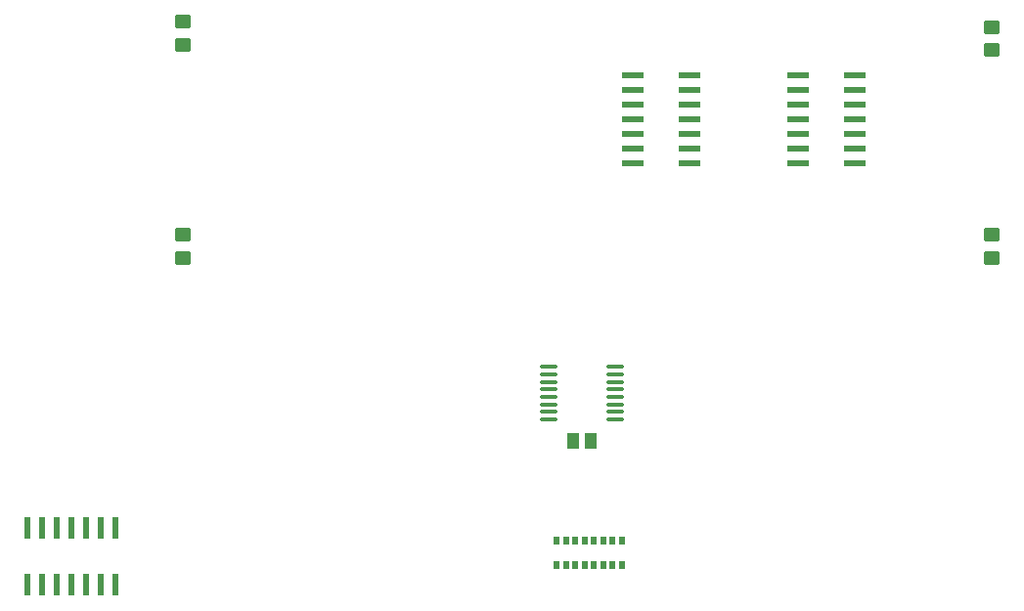
<source format=gbr>
%TF.GenerationSoftware,KiCad,Pcbnew,8.0.4*%
%TF.CreationDate,2024-11-14T23:53:25+02:00*%
%TF.ProjectId,sienikontrolleri,7369656e-696b-46f6-9e74-726f6c6c6572,rev?*%
%TF.SameCoordinates,Original*%
%TF.FileFunction,Paste,Bot*%
%TF.FilePolarity,Positive*%
%FSLAX46Y46*%
G04 Gerber Fmt 4.6, Leading zero omitted, Abs format (unit mm)*
G04 Created by KiCad (PCBNEW 8.0.4) date 2024-11-14 23:53:25*
%MOMM*%
%LPD*%
G01*
G04 APERTURE LIST*
G04 Aperture macros list*
%AMRoundRect*
0 Rectangle with rounded corners*
0 $1 Rounding radius*
0 $2 $3 $4 $5 $6 $7 $8 $9 X,Y pos of 4 corners*
0 Add a 4 corners polygon primitive as box body*
4,1,4,$2,$3,$4,$5,$6,$7,$8,$9,$2,$3,0*
0 Add four circle primitives for the rounded corners*
1,1,$1+$1,$2,$3*
1,1,$1+$1,$4,$5*
1,1,$1+$1,$6,$7*
1,1,$1+$1,$8,$9*
0 Add four rect primitives between the rounded corners*
20,1,$1+$1,$2,$3,$4,$5,0*
20,1,$1+$1,$4,$5,$6,$7,0*
20,1,$1+$1,$6,$7,$8,$9,0*
20,1,$1+$1,$8,$9,$2,$3,0*%
G04 Aperture macros list end*
%ADD10R,0.558800X1.981200*%
%ADD11RoundRect,0.250000X-0.450000X0.350000X-0.450000X-0.350000X0.450000X-0.350000X0.450000X0.350000X0*%
%ADD12R,1.981200X0.558800*%
%ADD13R,1.016000X1.397000*%
%ADD14RoundRect,0.100000X0.637500X0.100000X-0.637500X0.100000X-0.637500X-0.100000X0.637500X-0.100000X0*%
%ADD15R,0.558800X0.635000*%
G04 APERTURE END LIST*
D10*
%TO.C,SREG1*%
X55549800Y-72694800D03*
X56819800Y-72694800D03*
X58089800Y-72694800D03*
X59359800Y-72694800D03*
X60629800Y-72694800D03*
X61899800Y-72694800D03*
X63169800Y-72694800D03*
X63169800Y-77622400D03*
X61899800Y-77622400D03*
X60629800Y-77622400D03*
X59359800Y-77622400D03*
X58089800Y-77622400D03*
X56819800Y-77622400D03*
X55549800Y-77622400D03*
%TD*%
D11*
%TO.C,R6*%
X138982500Y-47293100D03*
X138982500Y-49293100D03*
%TD*%
D12*
%TO.C,SREG3*%
X127146300Y-33483100D03*
X127146300Y-34753100D03*
X127146300Y-36023100D03*
X127146300Y-37293100D03*
X127146300Y-38563100D03*
X127146300Y-39833100D03*
X127146300Y-41103100D03*
X122218700Y-41103100D03*
X122218700Y-39833100D03*
X122218700Y-38563100D03*
X122218700Y-37293100D03*
X122218700Y-36023100D03*
X122218700Y-34753100D03*
X122218700Y-33483100D03*
%TD*%
D13*
%TO.C,R4*%
X104292400Y-65176400D03*
X102743000Y-65176400D03*
%TD*%
D11*
%TO.C,R9*%
X68982500Y-28830600D03*
X68982500Y-30830600D03*
%TD*%
D14*
%TO.C,EXP1*%
X106412500Y-58725000D03*
X106412500Y-59375000D03*
X106412500Y-60025000D03*
X106412500Y-60675000D03*
X106412500Y-61325000D03*
X106412500Y-61975000D03*
X106412500Y-62625000D03*
X106412500Y-63275000D03*
X100687500Y-63275000D03*
X100687500Y-62625000D03*
X100687500Y-61975000D03*
X100687500Y-61325000D03*
X100687500Y-60675000D03*
X100687500Y-60025000D03*
X100687500Y-59375000D03*
X100687500Y-58725000D03*
%TD*%
D15*
%TO.C,R3*%
X101372000Y-73787000D03*
X102172000Y-73787000D03*
X102971999Y-73787000D03*
X103772000Y-73787000D03*
X104571998Y-73787000D03*
X105371999Y-73787000D03*
X106172000Y-73787000D03*
X106971998Y-73787000D03*
X106971998Y-75869800D03*
X106171998Y-75869800D03*
X105371999Y-75869800D03*
X104571998Y-75869800D03*
X103772000Y-75869800D03*
X102971999Y-75869800D03*
X102171998Y-75869800D03*
X101372000Y-75869800D03*
%TD*%
D11*
%TO.C,R7*%
X138982500Y-29293100D03*
X138982500Y-31293100D03*
%TD*%
%TO.C,R8*%
X68982500Y-47293100D03*
X68982500Y-49293100D03*
%TD*%
D12*
%TO.C,SREG2*%
X112846300Y-33483100D03*
X112846300Y-34753100D03*
X112846300Y-36023100D03*
X112846300Y-37293100D03*
X112846300Y-38563100D03*
X112846300Y-39833100D03*
X112846300Y-41103100D03*
X107918700Y-41103100D03*
X107918700Y-39833100D03*
X107918700Y-38563100D03*
X107918700Y-37293100D03*
X107918700Y-36023100D03*
X107918700Y-34753100D03*
X107918700Y-33483100D03*
%TD*%
M02*

</source>
